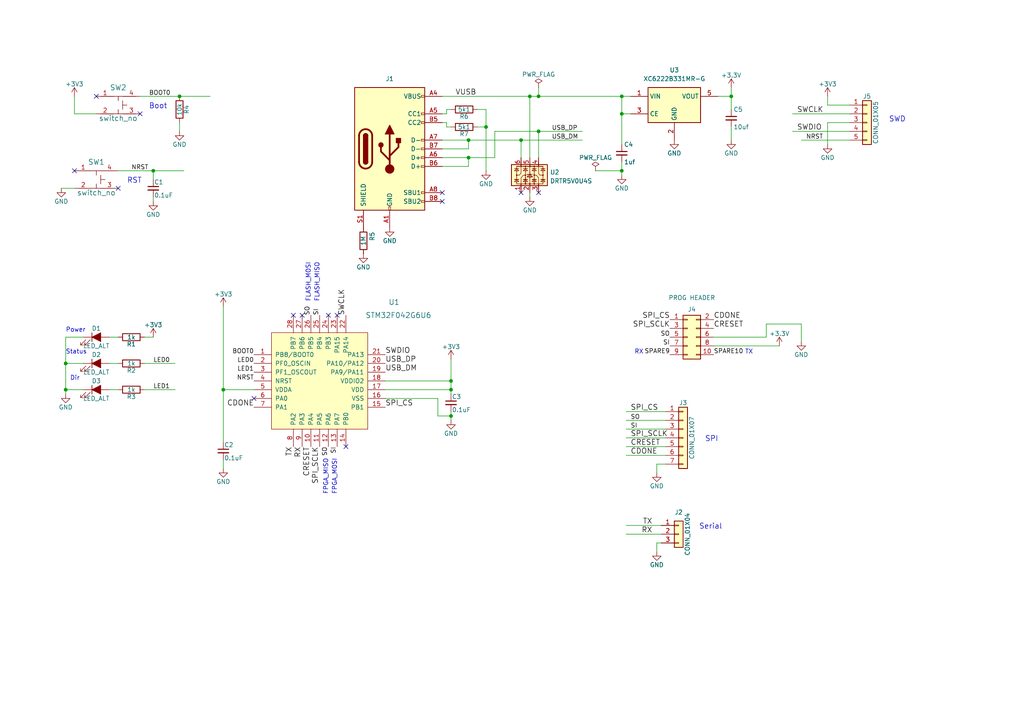
<source format=kicad_sch>
(kicad_sch (version 20211123) (generator eeschema)
  (paper "A4")
  (title_block (title "SPI Fiend") (date "2019-04-08") (rev "2"))
  (lib_symbols
    (symbol "Connector:USB_C_Receptacle_USB2.0" (pin_names (offset 1.016))
      (property "Reference" "J" (at -10.16 19.05 0))
      (property "Value" "USB_C_Receptacle_USB2.0" (at 19.05 19.05 0))
      (symbol "USB_C_Receptacle_USB2.0_0_0"
        (rectangle (start -0.254 -17.78) (end 0.254 -16.764))
        (rectangle (start 10.16 -14.986) (end 9.144 -15.494))
        (rectangle (start 10.16 -12.446) (end 9.144 -12.954))
        (rectangle (start 10.16 -4.826) (end 9.144 -5.334))
        (rectangle (start 10.16 -2.286) (end 9.144 -2.794))
        (rectangle (start 10.16 0.254) (end 9.144 -0.254))
        (rectangle (start 10.16 2.794) (end 9.144 2.286))
        (rectangle (start 10.16 7.874) (end 9.144 7.366))
        (rectangle (start 10.16 10.414) (end 9.144 9.906))
        (rectangle (start 10.16 15.494) (end 9.144 14.986))
      )
      (symbol "USB_C_Receptacle_USB2.0_0_1"
        (rectangle (start -10.16 17.78) (end 10.16 -17.78) (stroke (width 0.254)) (fill (type background)))
        (arc (start -8.89 -3.81) (mid -6.985 -5.715) (end -5.08 -3.81) (stroke (width 0.508)))
        (arc (start -7.62 -3.81) (mid -6.985 -4.445) (end -6.35 -3.81) (stroke (width 0.254)))
        (arc (start -7.62 -3.81) (mid -6.985 -4.445) (end -6.35 -3.81) (stroke (width 0.254)) (fill (type outline)))
        (rectangle (start -7.62 -3.81) (end -6.35 3.81) (stroke (width 0.254)) (fill (type outline)))
        (arc (start -6.35 3.81) (mid -6.985 4.445) (end -7.62 3.81) (stroke (width 0.254)))
        (arc (start -6.35 3.81) (mid -6.985 4.445) (end -7.62 3.81) (stroke (width 0.254)) (fill (type outline)))
        (arc (start -5.08 3.81) (mid -6.985 5.715) (end -8.89 3.81) (stroke (width 0.508)))
        (circle (center -2.54 1.143) (radius 0.635) (stroke (width 0.254)) (fill (type outline)))
        (circle (center 0 -5.842) (radius 1.27) (fill (type outline)))
        (polyline (pts (xy -8.89 -3.81) (xy -8.89 3.81)) (stroke (width 0.508)))
        (polyline (pts (xy -5.08 3.81) (xy -5.08 -3.81)) (stroke (width 0.508)))
        (polyline (pts (xy 0 -5.842) (xy 0 4.318)) (stroke (width 0.508)))
        (polyline (pts (xy 0 -3.302) (xy -2.54 -0.762) (xy -2.54 0.508)) (stroke (width 0.508)))
        (polyline (pts (xy 0 -2.032) (xy 2.54 0.508) (xy 2.54 1.778)) (stroke (width 0.508)))
        (polyline (pts (xy -1.27 4.318) (xy 0 6.858) (xy 1.27 4.318) (xy -1.27 4.318)) (stroke (width 0.254)) (fill (type outline)))
        (rectangle (start 1.905 1.778) (end 3.175 3.048) (stroke (width 0.254)) (fill (type outline)))
      )
      (symbol "USB_C_Receptacle_USB2.0_1_1"
        (pin passive line (at 0 -22.86 90) (length 5.08) (name "GND") (number "A1"))
        (pin passive line (at 0 -22.86 90) (length 5.08) hide (name "GND") (number "A12"))
        (pin passive line (at 15.24 15.24 180) (length 5.08) (name "VBUS") (number "A4"))
        (pin bidirectional line (at 15.24 10.16 180) (length 5.08) (name "CC1") (number "A5"))
        (pin bidirectional line (at 15.24 -2.54 180) (length 5.08) (name "D+") (number "A6"))
        (pin bidirectional line (at 15.24 2.54 180) (length 5.08) (name "D-") (number "A7"))
        (pin bidirectional line (at 15.24 -12.7 180) (length 5.08) (name "SBU1") (number "A8"))
        (pin passive line (at 15.24 15.24 180) (length 5.08) hide (name "VBUS") (number "A9"))
        (pin passive line (at 0 -22.86 90) (length 5.08) hide (name "GND") (number "B1"))
        (pin passive line (at 0 -22.86 90) (length 5.08) hide (name "GND") (number "B12"))
        (pin passive line (at 15.24 15.24 180) (length 5.08) hide (name "VBUS") (number "B4"))
        (pin bidirectional line (at 15.24 7.62 180) (length 5.08) (name "CC2") (number "B5"))
        (pin bidirectional line (at 15.24 -5.08 180) (length 5.08) (name "D+") (number "B6"))
        (pin bidirectional line (at 15.24 0 180) (length 5.08) (name "D-") (number "B7"))
        (pin bidirectional line (at 15.24 -15.24 180) (length 5.08) (name "SBU2") (number "B8"))
        (pin passive line (at 15.24 15.24 180) (length 5.08) hide (name "VBUS") (number "B9"))
        (pin passive line (at -7.62 -22.86 90) (length 5.08) (name "SHIELD") (number "S1"))
      )
    )
    (symbol "Connector_Generic:Conn_01x03" (pin_names (offset 1.016) hide)
      (property "Reference" "J" (at 0 5.08 0))
      (property "Value" "Conn_01x03" (at 0 -5.08 0))
      (symbol "Conn_01x03_1_1"
        (rectangle (start -1.27 -2.413) (end 0 -2.667) (stroke (width 0.1524)))
        (rectangle (start -1.27 0.127) (end 0 -0.127) (stroke (width 0.1524)))
        (rectangle (start -1.27 2.667) (end 0 2.413) (stroke (width 0.1524)))
        (rectangle (start -1.27 3.81) (end 1.27 -3.81) (stroke (width 0.254)) (fill (type background)))
        (pin passive line (at -5.08 2.54 0) (length 3.81) (name "Pin_1") (number "1"))
        (pin passive line (at -5.08 0 0) (length 3.81) (name "Pin_2") (number "2"))
        (pin passive line (at -5.08 -2.54 0) (length 3.81) (name "Pin_3") (number "3"))
      )
    )
    (symbol "Connector_Generic:Conn_01x05" (pin_names (offset 1.016) hide)
      (property "Reference" "J" (at 0 7.62 0))
      (property "Value" "Conn_01x05" (at 0 -7.62 0))
      (symbol "Conn_01x05_1_1"
        (rectangle (start -1.27 -4.953) (end 0 -5.207) (stroke (width 0.1524)))
        (rectangle (start -1.27 -2.413) (end 0 -2.667) (stroke (width 0.1524)))
        (rectangle (start -1.27 0.127) (end 0 -0.127) (stroke (width 0.1524)))
        (rectangle (start -1.27 2.667) (end 0 2.413) (stroke (width 0.1524)))
        (rectangle (start -1.27 5.207) (end 0 4.953) (stroke (width 0.1524)))
        (rectangle (start -1.27 6.35) (end 1.27 -6.35) (stroke (width 0.254)) (fill (type background)))
        (pin passive line (at -5.08 5.08 0) (length 3.81) (name "Pin_1") (number "1"))
        (pin passive line (at -5.08 2.54 0) (length 3.81) (name "Pin_2") (number "2"))
        (pin passive line (at -5.08 0 0) (length 3.81) (name "Pin_3") (number "3"))
        (pin passive line (at -5.08 -2.54 0) (length 3.81) (name "Pin_4") (number "4"))
        (pin passive line (at -5.08 -5.08 0) (length 3.81) (name "Pin_5") (number "5"))
      )
    )
    (symbol "Connector_Generic:Conn_01x07" (pin_names (offset 1.016) hide)
      (property "Reference" "J" (at 0 10.16 0))
      (property "Value" "Conn_01x07" (at 0 -10.16 0))
      (symbol "Conn_01x07_1_1"
        (rectangle (start -1.27 -7.493) (end 0 -7.747) (stroke (width 0.1524)))
        (rectangle (start -1.27 -4.953) (end 0 -5.207) (stroke (width 0.1524)))
        (rectangle (start -1.27 -2.413) (end 0 -2.667) (stroke (width 0.1524)))
        (rectangle (start -1.27 0.127) (end 0 -0.127) (stroke (width 0.1524)))
        (rectangle (start -1.27 2.667) (end 0 2.413) (stroke (width 0.1524)))
        (rectangle (start -1.27 5.207) (end 0 4.953) (stroke (width 0.1524)))
        (rectangle (start -1.27 7.747) (end 0 7.493) (stroke (width 0.1524)))
        (rectangle (start -1.27 8.89) (end 1.27 -8.89) (stroke (width 0.254)) (fill (type background)))
        (pin passive line (at -5.08 7.62 0) (length 3.81) (name "Pin_1") (number "1"))
        (pin passive line (at -5.08 5.08 0) (length 3.81) (name "Pin_2") (number "2"))
        (pin passive line (at -5.08 2.54 0) (length 3.81) (name "Pin_3") (number "3"))
        (pin passive line (at -5.08 0 0) (length 3.81) (name "Pin_4") (number "4"))
        (pin passive line (at -5.08 -2.54 0) (length 3.81) (name "Pin_5") (number "5"))
        (pin passive line (at -5.08 -5.08 0) (length 3.81) (name "Pin_6") (number "6"))
        (pin passive line (at -5.08 -7.62 0) (length 3.81) (name "Pin_7") (number "7"))
      )
    )
    (symbol "Connector_Generic:Conn_02x05_Odd_Even" (pin_names (offset 1.016) hide)
      (property "Reference" "J" (at 1.27 7.62 0))
      (property "Value" "Conn_02x05_Odd_Even" (at 1.27 -7.62 0))
      (symbol "Conn_02x05_Odd_Even_1_1"
        (rectangle (start -1.27 -4.953) (end 0 -5.207) (stroke (width 0.1524)))
        (rectangle (start -1.27 -2.413) (end 0 -2.667) (stroke (width 0.1524)))
        (rectangle (start -1.27 0.127) (end 0 -0.127) (stroke (width 0.1524)))
        (rectangle (start -1.27 2.667) (end 0 2.413) (stroke (width 0.1524)))
        (rectangle (start -1.27 5.207) (end 0 4.953) (stroke (width 0.1524)))
        (rectangle (start -1.27 6.35) (end 3.81 -6.35) (stroke (width 0.254)) (fill (type background)))
        (rectangle (start 3.81 -4.953) (end 2.54 -5.207) (stroke (width 0.1524)))
        (rectangle (start 3.81 -2.413) (end 2.54 -2.667) (stroke (width 0.1524)))
        (rectangle (start 3.81 0.127) (end 2.54 -0.127) (stroke (width 0.1524)))
        (rectangle (start 3.81 2.667) (end 2.54 2.413) (stroke (width 0.1524)))
        (rectangle (start 3.81 5.207) (end 2.54 4.953) (stroke (width 0.1524)))
        (pin passive line (at -5.08 5.08 0) (length 3.81) (name "Pin_1") (number "1"))
        (pin passive line (at 7.62 -5.08 180) (length 3.81) (name "Pin_10") (number "10"))
        (pin passive line (at 7.62 5.08 180) (length 3.81) (name "Pin_2") (number "2"))
        (pin passive line (at -5.08 2.54 0) (length 3.81) (name "Pin_3") (number "3"))
        (pin passive line (at 7.62 2.54 180) (length 3.81) (name "Pin_4") (number "4"))
        (pin passive line (at -5.08 0 0) (length 3.81) (name "Pin_5") (number "5"))
        (pin passive line (at 7.62 0 180) (length 3.81) (name "Pin_6") (number "6"))
        (pin passive line (at -5.08 -2.54 0) (length 3.81) (name "Pin_7") (number "7"))
        (pin passive line (at 7.62 -2.54 180) (length 3.81) (name "Pin_8") (number "8"))
        (pin passive line (at -5.08 -5.08 0) (length 3.81) (name "Pin_9") (number "9"))
      )
    )
    (symbol "Device:C_Small" (pin_numbers hide) (pin_names (offset 0.254) hide)
      (property "Reference" "C" (at 0.254 1.778 0))
      (property "Value" "C_Small" (at 0.254 -2.032 0))
      (symbol "C_Small_0_1"
        (polyline (pts (xy -1.524 -0.508) (xy 1.524 -0.508)) (stroke (width 0.3302)))
        (polyline (pts (xy -1.524 0.508) (xy 1.524 0.508)) (stroke (width 0.3048)))
      )
      (symbol "C_Small_1_1"
        (pin passive line (at 0 2.54 270) (length 2.032) (name "~") (number "1"))
        (pin passive line (at 0 -2.54 90) (length 2.032) (name "~") (number "2"))
      )
    )
    (symbol "Device:R" (pin_numbers hide) (pin_names (offset 0))
      (property "Reference" "R" (at 2.032 0 90))
      (property "Value" "R" (at 0 0 90))
      (symbol "R_0_1"
        (rectangle (start -1.016 -2.54) (end 1.016 2.54) (stroke (width 0.254)))
      )
      (symbol "R_1_1"
        (pin passive line (at 0 3.81 270) (length 1.27) (name "~") (number "1"))
        (pin passive line (at 0 -3.81 90) (length 1.27) (name "~") (number "2"))
      )
    )
    (symbol "Power_Protection:NUP4202"
      (property "Reference" "U" (at -6.985 -2.54 0))
      (property "Value" "NUP4202" (at 6.35 1.27 90))
      (symbol "NUP4202_0_1"
        (rectangle (start -5.334 3.048) (end 5.08 -3.048) (stroke (width 0.254)) (fill (type background)))
        (circle (center -3.81 0) (radius 0.127))
        (circle (center -3.81 0) (radius 0.127))
        (circle (center -1.27 -2.54) (radius 0.127))
        (circle (center -1.27 -2.54) (radius 0.127))
        (circle (center -1.27 0) (radius 0.127))
        (circle (center -1.27 0) (radius 0.127))
        (circle (center -1.27 2.54) (radius 0.127))
        (circle (center -1.27 2.54) (radius 0.127))
        (circle (center 0 -2.54) (radius 0.127))
        (circle (center 0 -2.54) (radius 0.127))
        (polyline (pts (xy -4.445 -1.27) (xy -3.175 -1.27)))
        (polyline (pts (xy -4.445 -1.27) (xy -3.175 -1.27)))
        (polyline (pts (xy -4.445 1.905) (xy -3.175 1.905)))
        (polyline (pts (xy -3.81 -2.54) (xy -3.81 -0.635)))
        (polyline (pts (xy -3.81 -2.54) (xy 3.81 -2.54)))
        (polyline (pts (xy -3.81 -0.635) (xy -3.81 0.635)))
        (polyline (pts (xy -3.81 0.635) (xy -3.81 2.54)))
        (polyline (pts (xy -3.81 2.54) (xy 3.81 2.54)))
        (polyline (pts (xy -3.81 2.54) (xy 3.81 2.54)))
        (polyline (pts (xy -1.905 -1.27) (xy -0.635 -1.27)))
        (polyline (pts (xy -1.905 -1.27) (xy -0.635 -1.27)))
        (polyline (pts (xy -1.905 1.905) (xy -0.635 1.905)))
        (polyline (pts (xy -1.27 -2.54) (xy -1.27 -0.635)))
        (polyline (pts (xy -1.27 -2.54) (xy -1.27 -0.635)))
        (polyline (pts (xy -1.27 0.635) (xy -1.27 -0.635)))
        (polyline (pts (xy -1.27 0.635) (xy -1.27 2.54)))
        (polyline (pts (xy 0 -0.889) (xy 0 -3.81)))
        (polyline (pts (xy 0 -0.889) (xy 0 1.016)))
        (polyline (pts (xy 0 -0.889) (xy 0 1.016)))
        (polyline (pts (xy 0 1.016) (xy 0 3.81)))
        (polyline (pts (xy 0.635 -1.27) (xy 1.905 -1.27)))
        (polyline (pts (xy 0.635 -1.27) (xy 1.905 -1.27)))
        (polyline (pts (xy 0.635 1.905) (xy 1.905 1.905)))
        (polyline (pts (xy 1.27 -2.54) (xy 1.27 -0.635)))
        (polyline (pts (xy 1.27 -2.54) (xy 1.27 -0.635)))
        (polyline (pts (xy 1.27 0.635) (xy 1.27 -0.635)))
        (polyline (pts (xy 1.27 0.635) (xy 1.27 2.54)))
        (polyline (pts (xy 3.175 -1.27) (xy 4.445 -1.27)))
        (polyline (pts (xy 3.175 -1.27) (xy 4.445 -1.27)))
        (polyline (pts (xy 3.175 1.905) (xy 4.445 1.905)))
        (polyline (pts (xy 3.81 -2.54) (xy 3.81 -0.635)))
        (polyline (pts (xy 3.81 0.635) (xy 3.81 -0.635)))
        (polyline (pts (xy 3.81 0.635) (xy 3.81 2.54)))
        (polyline (pts (xy 0.762 0.254) (xy -0.762 0.254) (xy -0.762 0)))
        (polyline (pts (xy -4.445 -1.905) (xy -3.175 -1.905) (xy -3.81 -1.27) (xy -4.445 -1.905)))
        (polyline (pts (xy -4.445 1.27) (xy -3.175 1.27) (xy -3.81 1.905) (xy -4.445 1.27)))
        (polyline (pts (xy -2.54 -3.81) (xy -2.54 -0.762) (xy -1.905 0) (xy -1.27 0)))
        (polyline (pts (xy -2.54 3.81) (xy -2.54 0.635) (xy -3.048 0) (xy -3.937 0)))
        (polyline (pts (xy -1.905 -1.905) (xy -0.635 -1.905) (xy -1.27 -1.27) (xy -1.905 -1.905)))
        (polyline (pts (xy -1.905 1.27) (xy -0.635 1.27) (xy -1.27 1.905) (xy -1.905 1.27)))
        (polyline (pts (xy -0.762 -0.508) (xy 0.762 -0.508) (xy 0 0.254) (xy -0.762 -0.508)))
        (polyline (pts (xy -0.762 -0.508) (xy 0.762 -0.508) (xy 0 0.254) (xy -0.762 -0.508)))
        (polyline (pts (xy 0.635 -1.905) (xy 1.905 -1.905) (xy 1.27 -1.27) (xy 0.635 -1.905)))
        (polyline (pts (xy 0.635 1.27) (xy 1.905 1.27) (xy 1.27 1.905) (xy 0.635 1.27)))
        (polyline (pts (xy 2.54 -3.81) (xy 2.54 -0.762) (xy 1.905 0) (xy 1.143 0)))
        (polyline (pts (xy 2.54 3.81) (xy 2.54 0.508) (xy 2.921 0) (xy 3.81 0)))
        (polyline (pts (xy 3.175 -1.905) (xy 4.445 -1.905) (xy 3.81 -1.27) (xy 3.175 -1.905)))
        (polyline (pts (xy 3.175 1.27) (xy 4.445 1.27) (xy 3.81 1.905) (xy 3.175 1.27)))
        (circle (center 0 2.54) (radius 0.127))
        (circle (center 0 2.54) (radius 0.127))
        (circle (center 1.27 -2.54) (radius 0.127))
        (circle (center 1.27 -2.54) (radius 0.127))
        (circle (center 1.27 0) (radius 0.127))
        (circle (center 1.27 0) (radius 0.127))
        (circle (center 1.27 2.54) (radius 0.127))
        (circle (center 1.27 2.54) (radius 0.127))
        (circle (center 3.81 0) (radius 0.127))
        (circle (center 3.81 0) (radius 0.127))
      )
      (symbol "NUP4202_1_1"
        (pin passive line (at -2.54 -5.08 90) (length 2.54) (name "~") (number "1"))
        (pin passive line (at 0 -5.08 90) (length 2.54) (name "~") (number "2"))
        (pin passive line (at 2.54 -5.08 90) (length 2.54) (name "~") (number "3"))
        (pin passive line (at 2.54 5.08 270) (length 2.54) (name "~") (number "4"))
        (pin passive line (at 0 5.08 270) (length 2.54) (name "~") (number "5"))
        (pin passive line (at -2.54 5.08 270) (length 2.54) (name "~") (number "6"))
      )
    )
    (symbol "Regulator_Linear:XC6210B332MR"
      (property "Reference" "U" (at 0 8.89 0))
      (property "Value" "XC6210B332MR" (at 0 6.35 0))
      (symbol "XC6210B332MR_0_1"
        (rectangle (start -7.62 5.08) (end 7.62 -5.08) (stroke (width 0.254)) (fill (type background)))
      )
      (symbol "XC6210B332MR_1_1"
        (pin power_in line (at -12.7 2.54 0) (length 5.08) (name "VIN") (number "1"))
        (pin power_in line (at 0 -10.16 90) (length 5.08) (name "GND") (number "2"))
        (pin input line (at -12.7 -2.54 0) (length 5.08) (name "CE") (number "3"))
        (pin no_connect line (at 12.7 -2.54 180) (length 5.08) hide (name "NC") (number "4"))
        (pin power_out line (at 12.7 2.54 180) (length 5.08) (name "VOUT") (number "5"))
      )
    )
    (symbol "emeb_library:STM32F042G6U6" (pin_names (offset 1.016))
      (property "Reference" "U?" (at 19.05 15.24 0))
      (property "Value" "STM32F042G6U6" (at 21.59 17.78 0))
      (symbol "STM32F042G6U6_0_1"
        (rectangle (start -13.97 13.97) (end 13.97 -13.97) (fill (type background)))
      )
      (symbol "STM32F042G6U6_1_1"
        (pin bidirectional line (at -19.05 7.62 0) (length 5.08) (name "PB8/BOOT0") (number "1"))
        (pin bidirectional line (at -2.54 -19.05 90) (length 5.08) (name "PA4") (number "10"))
        (pin bidirectional line (at 0 -19.05 90) (length 5.08) (name "PA5") (number "11"))
        (pin bidirectional line (at 2.54 -19.05 90) (length 5.08) (name "PA6") (number "12"))
        (pin bidirectional line (at 5.08 -19.05 90) (length 5.08) (name "PA7") (number "13"))
        (pin bidirectional line (at 7.62 -19.05 90) (length 5.08) (name "PB0") (number "14"))
        (pin bidirectional line (at 19.05 -7.62 180) (length 5.08) (name "PB1") (number "15"))
        (pin power_in line (at 19.05 -5.08 180) (length 5.08) (name "VSS") (number "16"))
        (pin power_in line (at 19.05 -2.54 180) (length 5.08) (name "VDD") (number "17"))
        (pin power_in line (at 19.05 0 180) (length 5.08) (name "VDDIO2") (number "18"))
        (pin bidirectional line (at 19.05 2.54 180) (length 5.08) (name "PA9/PA11") (number "19"))
        (pin bidirectional line (at -19.05 5.08 0) (length 5.08) (name "PF0_OSCIN") (number "2"))
        (pin bidirectional line (at 19.05 5.08 180) (length 5.08) (name "PA10/PA12") (number "20"))
        (pin bidirectional line (at 19.05 7.62 180) (length 5.08) (name "PA13") (number "21"))
        (pin bidirectional line (at 7.62 19.05 270) (length 5.08) (name "PA14") (number "22"))
        (pin bidirectional line (at 5.08 19.05 270) (length 5.08) (name "PA15") (number "23"))
        (pin bidirectional line (at 2.54 19.05 270) (length 5.08) (name "PB3") (number "24"))
        (pin bidirectional line (at 0 19.05 270) (length 5.08) (name "PB4") (number "25"))
        (pin bidirectional line (at -2.54 19.05 270) (length 5.08) (name "PB5") (number "26"))
        (pin bidirectional line (at -5.08 19.05 270) (length 5.08) (name "PB6") (number "27"))
        (pin bidirectional line (at -7.62 19.05 270) (length 5.08) (name "PB7") (number "28"))
        (pin bidirectional line (at -19.05 2.54 0) (length 5.08) (name "PF1_OSCOUT") (number "3"))
        (pin bidirectional line (at -19.05 0 0) (length 5.08) (name "NRST") (number "4"))
        (pin power_in line (at -19.05 -2.54 0) (length 5.08) (name "VDDA") (number "5"))
        (pin bidirectional line (at -19.05 -5.08 0) (length 5.08) (name "PA0") (number "6"))
        (pin bidirectional line (at -19.05 -7.62 0) (length 5.08) (name "PA1") (number "7"))
        (pin bidirectional line (at -7.62 -19.05 90) (length 5.08) (name "PA2") (number "8"))
        (pin bidirectional line (at -5.08 -19.05 90) (length 5.08) (name "PA3") (number "9"))
      )
    )
    (symbol "power:+3.3V" (power) (pin_names (offset 0))
      (property "Value" "+3.3V" (at 0 3.556 0))
      (symbol "+3.3V_0_1"
        (polyline (pts (xy -0.762 1.27) (xy 0 2.54)))
        (polyline (pts (xy 0 0) (xy 0 2.54)))
        (polyline (pts (xy 0 2.54) (xy 0.762 1.27)))
      )
      (symbol "+3.3V_1_1"
        (pin power_in line (at 0 0 90) (length 0) hide (name "+3.3V") (number "1"))
      )
    )
    (symbol "power:GND" (power) (pin_names (offset 0))
      (property "Value" "GND" (at 0 -3.81 0))
      (symbol "GND_0_1"
        (polyline (pts (xy 0 0) (xy 0 -1.27) (xy 1.27 -1.27) (xy 0 -2.54) (xy -1.27 -1.27) (xy 0 -1.27)))
      )
      (symbol "GND_1_1"
        (pin power_in line (at 0 0 270) (length 0) hide (name "GND") (number "1"))
      )
    )
    (symbol "power:PWR_FLAG" (power) (pin_numbers hide) (pin_names (offset 0) hide)
      (property "Value" "PWR_FLAG" (at 0 3.81 0))
      (symbol "PWR_FLAG_0_0"
        (pin power_out line (at 0 0 90) (length 0) (name "pwr") (number "1"))
      )
      (symbol "PWR_FLAG_0_1"
        (polyline (pts (xy 0 0) (xy 0 1.27) (xy -1.016 1.905) (xy 0 2.54) (xy 1.016 1.905) (xy 0 1.27)))
      )
    )
    (symbol "spi_fiend-rescue:+3.3V-power" (power) (pin_names (offset 0))
      (property "Value" "+3.3V-power" (at 0 3.556 0))
      (symbol "+3.3V-power_0_1"
        (polyline (pts (xy -0.762 1.27) (xy 0 2.54)))
        (polyline (pts (xy 0 0) (xy 0 2.54)))
        (polyline (pts (xy 0 2.54) (xy 0.762 1.27)))
      )
      (symbol "+3.3V-power_1_1"
        (pin power_in line (at 0 0 90) (length 0) hide (name "+3V3") (number "1"))
      )
    )
    (symbol "spi_fiend-rescue:LED_ALT-Device" (pin_numbers hide) (pin_names (offset 1.016) hide)
      (property "Reference" "D" (at 0 2.54 0))
      (property "Value" "LED_ALT-Device" (at 0 -2.54 0))
      (symbol "LED_ALT-Device_0_1"
        (polyline (pts (xy -1.27 -1.27) (xy -1.27 1.27)) (stroke (width 0.2032)))
        (polyline (pts (xy -1.27 0) (xy 1.27 0)))
        (polyline (pts (xy 1.27 -1.27) (xy 1.27 1.27) (xy -1.27 0) (xy 1.27 -1.27)) (stroke (width 0.2032)) (fill (type outline)))
        (polyline (pts (xy -3.048 -0.762) (xy -4.572 -2.286) (xy -3.81 -2.286) (xy -4.572 -2.286) (xy -4.572 -1.524)))
        (polyline (pts (xy -1.778 -0.762) (xy -3.302 -2.286) (xy -2.54 -2.286) (xy -3.302 -2.286) (xy -3.302 -1.524)))
      )
      (symbol "LED_ALT-Device_1_1"
        (pin passive line (at -3.81 0 0) (length 2.54) (name "K") (number "1"))
        (pin passive line (at 3.81 0 180) (length 2.54) (name "A") (number "2"))
      )
    )
    (symbol "spi_fiend-rescue:switch_no-emeb_library" (pin_names (offset 1.016))
      (property "Reference" "SW" (at 0 5.08 0))
      (property "Value" "switch_no-emeb_library" (at 0 -3.81 0))
      (symbol "switch_no-emeb_library_0_1"
        (polyline (pts (xy -5.08 -2.54) (xy 5.08 -2.54)))
        (polyline (pts (xy 0 -2.54) (xy 0 -1.27)))
        (polyline (pts (xy 0 1.27) (xy 0 2.54)))
        (polyline (pts (xy 1.27 0) (xy 2.54 0)))
        (polyline (pts (xy 1.27 1.27) (xy 1.27 -1.27)))
        (polyline (pts (xy -5.08 2.54) (xy -1.27 2.54) (xy 5.08 2.54)))
      )
      (symbol "switch_no-emeb_library_1_1"
        (pin input line (at -6.35 2.54 0) (length 5.08) (name "~") (number "1"))
        (pin input line (at -6.35 -2.54 0) (length 5.08) (name "~") (number "2"))
        (pin input line (at 6.35 -2.54 180) (length 5.08) (name "~") (number "3"))
        (pin input line (at 6.35 2.54 180) (length 5.08) (name "~") (number "4"))
      )
    )
  )
  (junction (at 153.67 27.94))
  (junction (at 130.81 110.49))
  (junction (at 135.89 40.64))
  (junction (at 180.34 33.02))
  (junction (at 151.13 40.64))
  (junction (at 130.81 120.65))
  (junction (at 180.34 27.94))
  (junction (at 52.07 27.94))
  (junction (at 135.89 45.72))
  (junction (at 19.05 113.03))
  (junction (at 44.45 49.53))
  (junction (at 180.34 49.53))
  (junction (at 64.77 113.03))
  (junction (at 130.81 113.03))
  (junction (at 19.05 105.41))
  (junction (at 140.97 36.83))
  (junction (at 156.21 27.94))
  (junction (at 156.21 38.1))
  (junction (at 212.09 27.94))
  (no_connect (at 95.25 91.44))
  (no_connect (at 40.64 33.02))
  (no_connect (at 87.63 91.44))
  (no_connect (at 128.27 55.88))
  (no_connect (at 21.59 49.53))
  (no_connect (at 73.66 115.57))
  (no_connect (at 34.29 54.61))
  (no_connect (at 151.13 55.88))
  (no_connect (at 97.79 91.44))
  (no_connect (at 85.09 91.44))
  (no_connect (at 156.21 55.88))
  (no_connect (at 27.94 27.94))
  (no_connect (at 100.33 129.54))
  (no_connect (at 128.27 58.42))
  (wire (pts (xy 40.64 27.94) (xy 52.07 27.94)))
  (wire (pts (xy 193.04 121.92) (xy 181.61 121.92)))
  (wire (pts (xy 222.25 93.98) (xy 232.41 93.98)))
  (wire (pts (xy 52.07 38.1) (xy 52.07 35.56)))
  (wire (pts (xy 41.91 113.03) (xy 50.8 113.03)))
  (wire (pts (xy 181.61 127) (xy 193.04 127)))
  (wire (pts (xy 207.01 97.79) (xy 222.25 97.79)))
  (wire (pts (xy 180.34 33.02) (xy 180.34 27.94)))
  (wire (pts (xy 153.67 45.72) (xy 153.67 27.94)))
  (wire (pts (xy 128.27 35.56) (xy 129.54 35.56)))
  (wire (pts (xy 130.81 119.38) (xy 130.81 120.65)))
  (wire (pts (xy 208.28 27.94) (xy 212.09 27.94)))
  (wire (pts (xy 212.09 36.83) (xy 212.09 40.64)))
  (wire (pts (xy 52.07 27.94) (xy 60.96 27.94)))
  (wire (pts (xy 156.21 27.94) (xy 180.34 27.94)))
  (wire (pts (xy 41.91 97.79) (xy 44.45 97.79)))
  (wire (pts (xy 153.67 27.94) (xy 156.21 27.94)))
  (wire (pts (xy 246.38 35.56) (xy 240.03 35.56)))
  (wire (pts (xy 180.34 27.94) (xy 182.88 27.94)))
  (wire (pts (xy 111.76 113.03) (xy 130.81 113.03)))
  (wire (pts (xy 135.89 48.26) (xy 135.89 45.72)))
  (wire (pts (xy 111.76 110.49) (xy 130.81 110.49)))
  (wire (pts (xy 156.21 45.72) (xy 156.21 38.1)))
  (wire (pts (xy 21.59 54.61) (xy 17.78 54.61)))
  (wire (pts (xy 140.97 31.75) (xy 140.97 36.83)))
  (wire (pts (xy 130.81 104.14) (xy 130.81 110.49)))
  (wire (pts (xy 229.87 38.1) (xy 246.38 38.1)))
  (wire (pts (xy 207.01 100.33) (xy 226.06 100.33)))
  (wire (pts (xy 232.41 93.98) (xy 232.41 99.06)))
  (wire (pts (xy 191.77 157.48) (xy 190.5 157.48)))
  (wire (pts (xy 180.34 46.99) (xy 180.34 49.53)))
  (wire (pts (xy 19.05 113.03) (xy 19.05 114.3)))
  (wire (pts (xy 190.5 157.48) (xy 190.5 160.02)))
  (wire (pts (xy 128.27 43.18) (xy 135.89 43.18)))
  (wire (pts (xy 182.88 33.02) (xy 180.34 33.02)))
  (wire (pts (xy 212.09 25.4) (xy 212.09 27.94)))
  (wire (pts (xy 44.45 52.07) (xy 44.45 49.53)))
  (wire (pts (xy 181.61 129.54) (xy 193.04 129.54)))
  (wire (pts (xy 191.77 152.4) (xy 181.61 152.4)))
  (wire (pts (xy 31.75 97.79) (xy 34.29 97.79)))
  (wire (pts (xy 111.76 115.57) (xy 127 115.57)))
  (wire (pts (xy 129.54 35.56) (xy 129.54 36.83)))
  (wire (pts (xy 24.13 105.41) (xy 19.05 105.41)))
  (wire (pts (xy 21.59 33.02) (xy 21.59 27.94)))
  (wire (pts (xy 128.27 40.64) (xy 135.89 40.64)))
  (wire (pts (xy 129.54 33.02) (xy 129.54 31.75)))
  (wire (pts (xy 130.81 120.65) (xy 130.81 121.92)))
  (wire (pts (xy 64.77 113.03) (xy 64.77 128.27)))
  (wire (pts (xy 240.03 35.56) (xy 240.03 41.91)))
  (wire (pts (xy 130.81 113.03) (xy 130.81 114.3)))
  (wire (pts (xy 156.21 38.1) (xy 168.91 38.1)))
  (wire (pts (xy 128.27 27.94) (xy 153.67 27.94)))
  (wire (pts (xy 143.51 45.72) (xy 143.51 38.1)))
  (wire (pts (xy 44.45 49.53) (xy 53.34 49.53)))
  (wire (pts (xy 180.34 49.53) (xy 180.34 50.8)))
  (wire (pts (xy 232.41 40.64) (xy 246.38 40.64)))
  (wire (pts (xy 64.77 88.9) (xy 64.77 113.03)))
  (wire (pts (xy 172.72 49.53) (xy 180.34 49.53)))
  (wire (pts (xy 138.43 36.83) (xy 140.97 36.83)))
  (wire (pts (xy 19.05 113.03) (xy 24.13 113.03)))
  (wire (pts (xy 140.97 36.83) (xy 140.97 49.53)))
  (wire (pts (xy 193.04 119.38) (xy 181.61 119.38)))
  (wire (pts (xy 50.8 105.41) (xy 41.91 105.41)))
  (wire (pts (xy 129.54 36.83) (xy 130.81 36.83)))
  (wire (pts (xy 143.51 38.1) (xy 156.21 38.1)))
  (wire (pts (xy 24.13 97.79) (xy 19.05 97.79)))
  (wire (pts (xy 151.13 45.72) (xy 151.13 40.64)))
  (wire (pts (xy 64.77 113.03) (xy 73.66 113.03)))
  (wire (pts (xy 135.89 45.72) (xy 143.51 45.72)))
  (wire (pts (xy 156.21 25.4) (xy 156.21 27.94)))
  (wire (pts (xy 181.61 124.46) (xy 193.04 124.46)))
  (wire (pts (xy 181.61 132.08) (xy 193.04 132.08)))
  (wire (pts (xy 180.34 33.02) (xy 180.34 41.91)))
  (wire (pts (xy 130.81 110.49) (xy 130.81 113.03)))
  (wire (pts (xy 19.05 105.41) (xy 19.05 113.03)))
  (wire (pts (xy 27.94 33.02) (xy 21.59 33.02)))
  (wire (pts (xy 129.54 31.75) (xy 130.81 31.75)))
  (wire (pts (xy 222.25 97.79) (xy 222.25 93.98)))
  (wire (pts (xy 34.29 113.03) (xy 31.75 113.03)))
  (wire (pts (xy 19.05 97.79) (xy 19.05 105.41)))
  (wire (pts (xy 138.43 31.75) (xy 140.97 31.75)))
  (wire (pts (xy 246.38 33.02) (xy 229.87 33.02)))
  (wire (pts (xy 191.77 154.94) (xy 181.61 154.94)))
  (wire (pts (xy 135.89 43.18) (xy 135.89 40.64)))
  (wire (pts (xy 190.5 134.62) (xy 190.5 137.16)))
  (wire (pts (xy 153.67 57.15) (xy 153.67 55.88)))
  (wire (pts (xy 128.27 45.72) (xy 135.89 45.72)))
  (wire (pts (xy 212.09 27.94) (xy 212.09 31.75)))
  (wire (pts (xy 64.77 135.89) (xy 64.77 133.35)))
  (wire (pts (xy 151.13 40.64) (xy 168.91 40.64)))
  (wire (pts (xy 127 120.65) (xy 130.81 120.65)))
  (wire (pts (xy 34.29 49.53) (xy 44.45 49.53)))
  (wire (pts (xy 127 115.57) (xy 127 120.65)))
  (wire (pts (xy 128.27 48.26) (xy 135.89 48.26)))
  (wire (pts (xy 135.89 40.64) (xy 151.13 40.64)))
  (wire (pts (xy 246.38 30.48) (xy 240.03 30.48)))
  (wire (pts (xy 44.45 58.42) (xy 44.45 57.15)))
  (wire (pts (xy 31.75 105.41) (xy 34.29 105.41)))
  (wire (pts (xy 128.27 33.02) (xy 129.54 33.02)))
  (wire (pts (xy 240.03 30.48) (xy 240.03 27.94)))
  (wire (pts (xy 193.04 134.62) (xy 190.5 134.62)))
  (text "FPGA_MISO" (at 95.25 143.51 90) (effects (font (size 1.27 1.27)) (justify left bottom)))
  (text "SWD" (at 257.81 35.56 0) (effects (font (size 1.524 1.524)) (justify left bottom)))
  (text "FPGA_MOSI" (at 97.79 143.51 90) (effects (font (size 1.27 1.27)) (justify left bottom)))
  (text "Serial" (at 209.55 153.67 180) (effects (font (size 1.524 1.524)) (justify right bottom)))
  (text "RST" (at 36.83 53.34 0) (effects (font (size 1.524 1.524)) (justify left bottom)))
  (text "Status" (at 19.05 102.87 0) (effects (font (size 1.27 1.27)) (justify left bottom)))
  (text "SPI" (at 204.47 128.27 0) (effects (font (size 1.524 1.524)) (justify left bottom)))
  (text "Power" (at 19.05 96.52 0) (effects (font (size 1.27 1.27)) (justify left bottom)))
  (text "Dir" (at 20.32 110.49 0) (effects (font (size 1.27 1.27)) (justify left bottom)))
  (text "FLASH_MOSI" (at 90.17 87.63 90) (effects (font (size 1.27 1.27)) (justify left bottom)))
  (text "Boot" (at 43.18 31.75 0) (effects (font (size 1.524 1.524)) (justify left bottom)))
  (text "RX" (at 186.69 102.87 180) (effects (font (size 1.27 1.27)) (justify right bottom)))
  (text "FLASH_MISO" (at 92.71 87.63 90) (effects (font (size 1.27 1.27)) (justify left bottom)))
  (text "TX" (at 218.44 102.87 180) (effects (font (size 1.27 1.27)) (justify right bottom)))
  (label "SI" (at 92.71 91.44 90))
  (label "SO" (at 95.25 129.54 270))
  (label "BOOT0" (at 43.18 27.94 0))
  (label "RX" (at 87.63 129.54 270) (effects (font (size 1.524 1.524))))
  (label "NRST" (at 238.76 40.64 180))
  (label "SI" (at 182.88 124.46 0))
  (label "SWDIO" (at 231.14 38.1 0) (effects (font (size 1.524 1.524))))
  (label "CDONE" (at 207.01 92.71 0) (effects (font (size 1.524 1.524))))
  (label "NRST" (at 38.1 49.53 0))
  (label "SPI_SCLK" (at 182.88 127 0) (effects (font (size 1.524 1.524))))
  (label "VUSB" (at 132.08 27.94 0) (effects (font (size 1.524 1.524))))
  (label "TX" (at 189.23 152.4 180) (effects (font (size 1.524 1.524))))
  (label "SO" (at 194.31 97.79 180))
  (label "LED1" (at 73.66 107.95 180))
  (label "USB_DP" (at 160.02 38.1 0))
  (label "LED1" (at 44.45 113.03 0))
  (label "NRST" (at 73.66 110.49 180))
  (label "SPI_CS" (at 194.31 92.71 180) (effects (font (size 1.524 1.524))))
  (label "SPI_CS" (at 182.88 119.38 0) (effects (font (size 1.524 1.524))))
  (label "BOOT0" (at 73.66 102.87 180))
  (label "LED0" (at 73.66 105.41 180))
  (label "SPARE9" (at 194.31 102.87 180))
  (label "SWDIO" (at 111.76 102.87 0) (effects (font (size 1.524 1.524))))
  (label "CRESET" (at 207.01 95.25 0) (effects (font (size 1.524 1.524))))
  (label "SPI_SCLK" (at 92.71 129.54 270) (effects (font (size 1.524 1.524))))
  (label "TX" (at 85.09 129.54 270) (effects (font (size 1.524 1.524))))
  (label "SPARE10" (at 207.01 102.87 0))
  (label "LED0" (at 44.45 105.41 0))
  (label "SI" (at 194.31 100.33 180))
  (label "USB_DM" (at 111.76 107.95 0) (effects (font (size 1.524 1.524))))
  (label "CRESET" (at 182.88 129.54 0) (effects (font (size 1.524 1.524))))
  (label "SI" (at 97.79 129.54 270))
  (label "USB_DP" (at 111.76 105.41 0) (effects (font (size 1.524 1.524))))
  (label "USB_DM" (at 160.02 40.64 0))
  (label "SWCLK" (at 100.33 91.44 90) (effects (font (size 1.524 1.524))))
  (label "SO" (at 182.88 121.92 0))
  (label "CRESET" (at 90.17 129.54 270) (effects (font (size 1.524 1.524))))
  (label "SO" (at 90.17 91.44 90))
  (label "SPI_CS" (at 111.76 118.11 0) (effects (font (size 1.524 1.524))))
  (label "CDONE" (at 73.66 118.11 180) (effects (font (size 1.524 1.524))))
  (label "SWCLK" (at 231.14 33.02 0) (effects (font (size 1.524 1.524))))
  (label "SPI_SCLK" (at 194.31 95.25 180) (effects (font (size 1.524 1.524))))
  (label "CDONE" (at 182.88 132.08 0) (effects (font (size 1.524 1.524))))
  (label "RX" (at 189.23 154.94 180) (effects (font (size 1.524 1.524))))
  (symbol (lib_id "spi_fiend-rescue:+3.3V-power") (at 130.81 104.14 0) (unit 1)
    (property "Reference" "#PWR011" (effects hide))
    (property "Value" "+3.3V" (at 130.81 100.584 0))
  )
  (symbol (lib_id "Device:C_Small") (at 130.81 116.84 0) (unit 1)
    (property "Reference" "C3" (at 131.064 115.062 0) (effects (justify left)))
    (property "Value" "0.1uF" (at 131.064 118.872 0) (effects (justify left)))
    (property "Footprint" "Capacitor_SMD:C_0402_1005Metric" (effects hide))
  )
  (symbol (lib_id "power:GND") (at 130.81 121.92 0) (unit 1)
    (property "Reference" "#PWR012" (effects hide))
    (property "Value" "GND" (at 130.81 125.73 0))
  )
  (symbol (lib_id "spi_fiend-rescue:+3.3V-power") (at 64.77 88.9 0) (unit 1)
    (property "Reference" "#PWR07" (effects hide))
    (property "Value" "+3.3V" (at 64.77 85.344 0))
  )
  (symbol (lib_id "Device:C_Small") (at 64.77 130.81 0) (unit 1)
    (property "Reference" "C2" (at 65.024 129.032 0) (effects (justify left)))
    (property "Value" "0.1uF" (at 65.024 132.842 0) (effects (justify left)))
    (property "Footprint" "Capacitor_SMD:C_0402_1005Metric" (effects hide))
  )
  (symbol (lib_id "power:GND") (at 64.77 135.89 0) (unit 1)
    (property "Reference" "#PWR08" (effects hide))
    (property "Value" "GND" (at 64.77 139.7 0))
  )
  (symbol (lib_id "power:GND") (at 240.03 41.91 0) (unit 1)
    (property "Reference" "#PWR024" (effects hide))
    (property "Value" "GND" (at 240.03 45.72 0))
  )
  (symbol (lib_id "spi_fiend-rescue:+3.3V-power") (at 240.03 27.94 0) (unit 1)
    (property "Reference" "#PWR023" (effects hide))
    (property "Value" "+3.3V" (at 240.03 24.384 0))
  )
  (symbol (lib_id "Connector_Generic:Conn_01x05") (at 251.46 35.56 0) (unit 1)
    (property "Reference" "J5" (at 251.46 27.94 0))
    (property "Value" "CONN_01X05" (at 254 35.56 90))
    (property "Footprint" "Connector_PinHeader_2.54mm:PinHeader_1x05_P2.54mm_Vertical" (effects hide))
  )
  (symbol (lib_id "spi_fiend-rescue:switch_no-emeb_library") (at 34.29 30.48 0) (unit 1)
    (property "Reference" "SW2" (at 34.29 25.4 0) (effects (font (size 1.524 1.524))))
    (property "Value" "switch_no" (at 34.29 34.29 0) (effects (font (size 1.524 1.524))))
    (property "Footprint" "Button_Switch_SMD:SW_Push_1P1T_NO_CK_KMR2" (effects hide))
  )
  (symbol (lib_id "spi_fiend-rescue:switch_no-emeb_library") (at 27.94 52.07 0) (unit 1)
    (property "Reference" "SW1" (at 27.94 46.99 0) (effects (font (size 1.524 1.524))))
    (property "Value" "switch_no" (at 27.94 55.88 0) (effects (font (size 1.524 1.524))))
    (property "Footprint" "footprints:PUSHBUTTON_SMD_KMR2" (effects hide))
  )
  (symbol (lib_id "spi_fiend-rescue:+3.3V-power") (at 21.59 27.94 0) (unit 1)
    (property "Reference" "#PWR03" (effects hide))
    (property "Value" "+3.3V" (at 21.59 24.384 0))
  )
  (symbol (lib_id "power:GND") (at 17.78 54.61 0) (unit 1)
    (property "Reference" "#PWR01" (effects hide))
    (property "Value" "GND" (at 17.78 58.42 0))
  )
  (symbol (lib_id "Device:C_Small") (at 44.45 54.61 0) (unit 1)
    (property "Reference" "C1" (at 44.704 52.832 0) (effects (justify left)))
    (property "Value" "0.1uF" (at 44.704 56.642 0) (effects (justify left)))
    (property "Footprint" "Capacitor_SMD:C_0402_1005Metric" (effects hide))
  )
  (symbol (lib_id "power:GND") (at 44.45 58.42 0) (unit 1)
    (property "Reference" "#PWR04" (effects hide))
    (property "Value" "GND" (at 44.45 62.23 0))
  )
  (symbol (lib_id "Device:R") (at 52.07 31.75 0) (unit 1)
    (property "Reference" "R4" (at 54.102 31.75 90))
    (property "Value" "10k" (at 52.07 31.75 90))
    (property "Footprint" "Resistor_SMD:R_0402_1005Metric" (effects hide))
  )
  (symbol (lib_id "power:GND") (at 52.07 38.1 0) (unit 1)
    (property "Reference" "#PWR06" (effects hide))
    (property "Value" "GND" (at 52.07 41.91 0))
  )
  (symbol (lib_id "Connector_Generic:Conn_01x07") (at 198.12 127 0) (unit 1)
    (property "Reference" "J3" (at 198.12 116.84 0))
    (property "Value" "CONN_01X07" (at 200.66 127 90))
    (property "Footprint" "Connector_PinHeader_2.54mm:PinHeader_1x07_P2.54mm_Vertical" (effects hide))
  )
  (symbol (lib_id "power:GND") (at 190.5 137.16 0) (unit 1)
    (property "Reference" "#PWR016" (effects hide))
    (property "Value" "GND" (at 190.5 140.97 0))
  )
  (symbol (lib_id "Connector_Generic:Conn_01x03") (at 196.85 154.94 0) (unit 1)
    (property "Reference" "J2" (at 196.85 148.59 0))
    (property "Value" "CONN_01X04" (at 199.39 154.94 90))
    (property "Footprint" "Connector_PinHeader_2.54mm:PinHeader_1x03_P2.54mm_Vertical" (effects hide))
  )
  (symbol (lib_id "power:GND") (at 190.5 160.02 0) (mirror y) (unit 1)
    (property "Reference" "#PWR017" (effects hide))
    (property "Value" "GND" (at 190.5 163.83 0))
  )
  (symbol (lib_id "Device:R") (at 38.1 105.41 270) (unit 1)
    (property "Reference" "R2" (at 38.1 107.442 90))
    (property "Value" "1k" (at 38.1 105.41 90))
    (property "Footprint" "Resistor_SMD:R_0402_1005Metric" (effects hide))
  )
  (symbol (lib_id "Device:R") (at 38.1 113.03 270) (unit 1)
    (property "Reference" "R3" (at 38.1 115.062 90))
    (property "Value" "1k" (at 38.1 113.03 90))
    (property "Footprint" "Resistor_SMD:R_0402_1005Metric" (effects hide))
  )
  (symbol (lib_id "spi_fiend-rescue:LED_ALT-Device") (at 27.94 105.41 0) (unit 1)
    (property "Reference" "D2" (at 27.94 102.87 0))
    (property "Value" "LED_ALT" (at 27.94 107.95 0))
    (property "Footprint" "LED_SMD:LED_0603_1608Metric" (effects hide))
  )
  (symbol (lib_id "spi_fiend-rescue:LED_ALT-Device") (at 27.94 113.03 0) (unit 1)
    (property "Reference" "D3" (at 27.94 110.49 0))
    (property "Value" "LED_ALT" (at 27.94 115.57 0))
    (property "Footprint" "LED_SMD:LED_0603_1608Metric" (effects hide))
  )
  (symbol (lib_id "power:GND") (at 19.05 114.3 0) (unit 1)
    (property "Reference" "#PWR02" (effects hide))
    (property "Value" "GND" (at 19.05 118.11 0))
  )
  (symbol (lib_id "Device:R") (at 38.1 97.79 270) (unit 1)
    (property "Reference" "R1" (at 38.1 99.822 90))
    (property "Value" "1k" (at 38.1 97.79 90))
    (property "Footprint" "Resistor_SMD:R_0402_1005Metric" (effects hide))
  )
  (symbol (lib_id "spi_fiend-rescue:LED_ALT-Device") (at 27.94 97.79 0) (unit 1)
    (property "Reference" "D1" (at 27.94 95.25 0))
    (property "Value" "LED_ALT" (at 27.94 100.33 0))
    (property "Footprint" "LED_SMD:LED_0603_1608Metric" (effects hide))
  )
  (symbol (lib_id "Device:R") (at 105.41 69.85 180) (unit 1)
    (property "Reference" "R5" (at 107.95 68.58 90))
    (property "Value" "1M" (at 105.41 69.85 90))
    (property "Footprint" "Resistor_SMD:R_0402_1005Metric" (effects hide))
  )
  (symbol (lib_id "Device:C_Small") (at 212.09 34.29 0) (unit 1)
    (property "Reference" "C5" (at 212.725 31.75 0) (effects (justify left)))
    (property "Value" "10uf" (at 212.725 36.83 0) (effects (justify left)))
    (property "Footprint" "Capacitor_SMD:C_0805_2012Metric" (effects hide))
  )
  (symbol (lib_id "Device:R") (at 134.62 31.75 270) (unit 1)
    (property "Reference" "R6" (at 134.62 33.782 90))
    (property "Value" "5k1" (at 134.62 31.75 90))
    (property "Footprint" "Resistor_SMD:R_0402_1005Metric" (effects hide))
  )
  (symbol (lib_id "power:GND") (at 113.03 66.04 0) (unit 1)
    (property "Reference" "#PWR010" (effects hide))
    (property "Value" "GND" (at 113.03 69.85 0))
  )
  (symbol (lib_id "Connector:USB_C_Receptacle_USB2.0") (at 113.03 43.18 0) (unit 1)
    (property "Reference" "J1" (at 113.03 22.86 0))
    (property "Value" "USB_C_Receptacle_USB2.0" (effects hide))
    (property "Footprint" "Connector_USB:USB_C_Receptacle_HRO_TYPE-C-31-M-12" (effects hide))
    (property "Datasheet" "https://www.usb.org/sites/default/files/documents/usb_type-c.zip" (effects hide))
  )
  (symbol (lib_id "Device:R") (at 134.62 36.83 270) (unit 1)
    (property "Reference" "R7" (at 134.62 38.862 90))
    (property "Value" "5k1" (at 134.62 36.83 90))
    (property "Footprint" "Resistor_SMD:R_0402_1005Metric" (effects hide))
  )
  (symbol (lib_id "power:GND") (at 232.41 99.06 0) (mirror y) (unit 1)
    (property "Reference" "#PWR022" (effects hide))
    (property "Value" "GND" (at 232.41 102.87 0))
  )
  (symbol (lib_id "power:GND") (at 195.58 40.64 0) (unit 1)
    (property "Reference" "#PWR018" (effects hide))
    (property "Value" "GND" (at 195.58 44.45 0))
  )
  (symbol (lib_id "power:+3.3V") (at 212.09 25.4 0) (unit 1)
    (property "Reference" "#PWR019" (effects hide))
    (property "Value" "+3.3V" (at 212.09 21.844 0))
  )
  (symbol (lib_id "power:GND") (at 212.09 40.64 0) (unit 1)
    (property "Reference" "#PWR020" (effects hide))
    (property "Value" "GND" (at 212.09 44.45 0))
  )
  (symbol (lib_id "spi_fiend-rescue:+3.3V-power") (at 44.45 97.79 0) (unit 1)
    (property "Reference" "#PWR05" (effects hide))
    (property "Value" "+3.3V" (at 44.45 94.234 0))
  )
  (symbol (lib_id "power:PWR_FLAG") (at 156.21 25.4 0) (unit 1)
    (property "Reference" "#FLG01" (effects hide))
    (property "Value" "PWR_FLAG" (at 156.21 21.59 0))
  )
  (symbol (lib_id "power:GND") (at 140.97 49.53 0) (unit 1)
    (property "Reference" "#PWR013" (effects hide))
    (property "Value" "GND" (at 140.97 53.34 0))
  )
  (symbol (lib_id "Connector_Generic:Conn_02x05_Odd_Even") (at 199.39 97.79 0) (unit 1)
    (property "Reference" "J4" (at 200.66 89.7382 0))
    (property "Value" "PROG HEADER" (at 200.66 86.36 0))
    (property "Footprint" "Connector_PinHeader_1.27mm:PinHeader_2x05_P1.27mm_Vertical_SMD" (effects hide))
  )
  (symbol (lib_id "power:+3.3V") (at 226.06 100.33 0) (mirror y) (unit 1)
    (property "Reference" "#PWR021" (effects hide))
    (property "Value" "+3.3V" (at 226.06 96.774 0))
  )
  (symbol (lib_id "Power_Protection:NUP4202") (at 153.67 50.8 0) (unit 1)
    (property "Reference" "U2" (at 159.512 49.9653 0) (effects (justify left)))
    (property "Value" "DRTR5V0U4S" (at 159.512 52.5022 0) (effects (justify left)))
    (property "Footprint" "Package_TO_SOT_SMD:SOT-363_SC-70-6" (effects hide))
    (property "Datasheet" "http://www.onsemi.com/pub_link/Collateral/NUP4202W1-D.PDF" (effects hide))
  )
  (symbol (lib_id "Regulator_Linear:XC6210B332MR") (at 195.58 30.48 0) (unit 1)
    (property "Reference" "U3" (at 195.58 20.32 0))
    (property "Value" "XC6222B331MR-G" (at 195.58 22.86 0))
    (property "Footprint" "Package_TO_SOT_SMD:SOT-23-5" (effects hide))
    (property "Datasheet" "https://www.torexsemi.com/file/xc6210/XC6210.pdf" (effects hide))
  )
  (symbol (lib_id "power:GND") (at 105.41 73.66 0) (unit 1)
    (property "Reference" "#PWR09" (effects hide))
    (property "Value" "GND" (at 105.41 77.47 0))
  )
  (symbol (lib_id "power:GND") (at 153.67 57.15 0) (unit 1)
    (property "Reference" "#PWR014" (effects hide))
    (property "Value" "GND" (at 153.67 60.96 0))
  )
  (symbol (lib_id "emeb_library:STM32F042G6U6") (at 92.71 110.49 0) (unit 1)
    (property "Reference" "U1" (at 114.3 87.63 0) (effects (font (size 1.524 1.524))))
    (property "Value" "STM32F042G6U6" (at 115.57 91.44 0) (effects (font (size 1.524 1.524))))
    (property "Footprint" "emeb_library:IC_STM32F042G6U6" (effects hide))
  )
  (symbol (lib_id "power:PWR_FLAG") (at 172.72 49.53 0) (unit 1)
    (property "Reference" "#FLG02" (effects hide))
    (property "Value" "PWR_FLAG" (at 172.72 45.72 0))
  )
  (symbol (lib_id "power:GND") (at 180.34 50.8 0) (unit 1)
    (property "Reference" "#PWR015" (effects hide))
    (property "Value" "GND" (at 180.34 54.61 0))
  )
  (symbol (lib_id "Device:C_Small") (at 180.34 44.45 0) (unit 1)
    (property "Reference" "C4" (at 180.975 41.91 0) (effects (justify left)))
    (property "Value" "1uf" (at 180.975 46.99 0) (effects (justify left)))
    (property "Footprint" "Capacitor_SMD:C_0402_1005Metric" (effects hide))
  )
)
</source>
